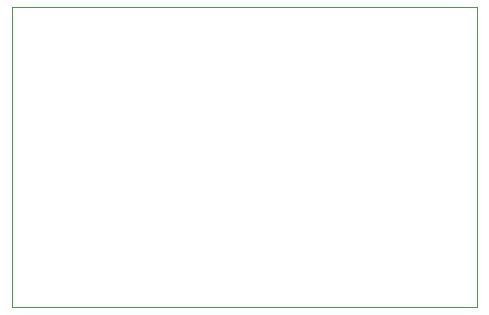
<source format=gm1>
G04 #@! TF.GenerationSoftware,KiCad,Pcbnew,8.0.4*
G04 #@! TF.CreationDate,2024-08-01T12:17:22+02:00*
G04 #@! TF.ProjectId,UPET-Wifi,55504554-2d57-4696-9669-2e6b69636164,rev?*
G04 #@! TF.SameCoordinates,Original*
G04 #@! TF.FileFunction,Profile,NP*
%FSLAX46Y46*%
G04 Gerber Fmt 4.6, Leading zero omitted, Abs format (unit mm)*
G04 Created by KiCad (PCBNEW 8.0.4) date 2024-08-01 12:17:22*
%MOMM*%
%LPD*%
G01*
G04 APERTURE LIST*
G04 #@! TA.AperFunction,Profile*
%ADD10C,0.050000*%
G04 #@! TD*
G04 APERTURE END LIST*
D10*
X156210000Y-107950000D02*
X116840000Y-107950000D01*
X116840000Y-82550000D02*
X156210000Y-82550000D01*
X156210000Y-82550000D02*
X156210000Y-107950000D01*
X116840000Y-107950000D02*
X116840000Y-82550000D01*
M02*

</source>
